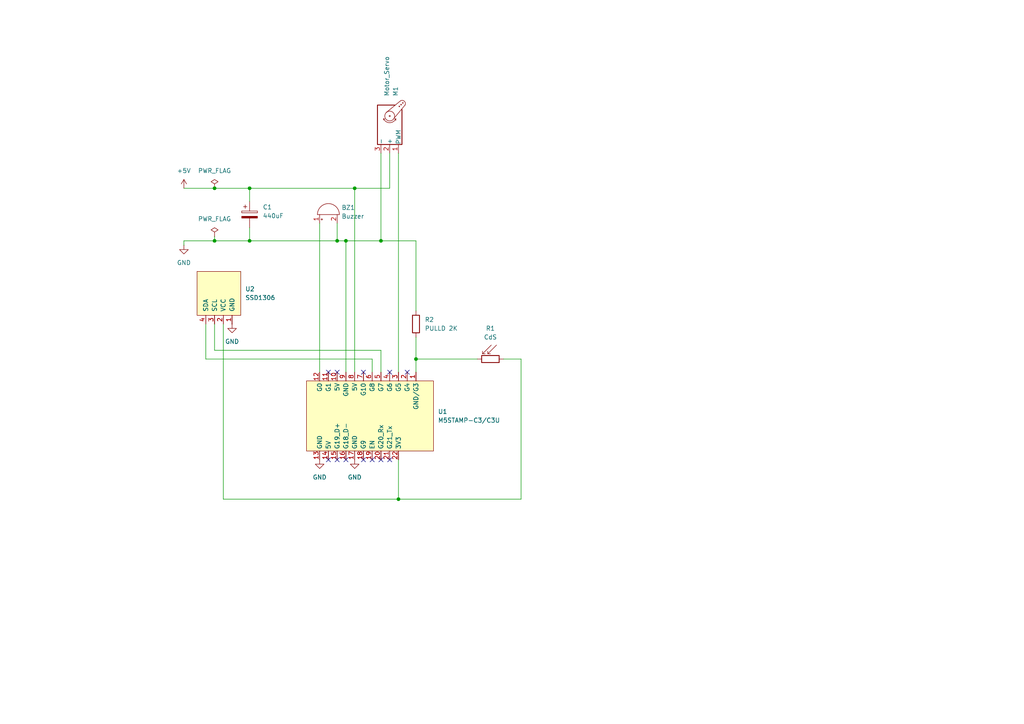
<source format=kicad_sch>
(kicad_sch (version 20250114) (generator "eeschema") (generator_version "9.0")
  (paper "A4")
  (title_block (title "BikkuraPon") (rev "20260208"))
  (lib_symbols
    (symbol "Boad_dev:M5STAMP-C3/C3U"
      (property "Reference" "U" (at 0 20.32 0))
      (property "Value" "M5STAMP-C3/C3U" (at 1.27 17.78 0))
      (symbol "M5STAMP-C3/C3U_0_1"
        (rectangle (start -10.16 19.05) (end 10.16 -17.78) (stroke (width 0.1524)) (fill (type background)))
      )
      (symbol "M5STAMP-C3/C3U_1_1"
        (pin bidirectional line (at -12.7 13.97 0) (length 2.54) (name "GND/G3") (number "1"))
        (pin bidirectional line (at -12.7 11.43 0) (length 2.54) (name "G4") (number "2"))
        (pin bidirectional line (at -12.7 8.89 0) (length 2.54) (name "G5") (number "3"))
        (pin bidirectional line (at -12.7 6.35 0) (length 2.54) (name "G6") (number "4"))
        (pin bidirectional line (at -12.7 3.81 0) (length 2.54) (name "G7") (number "5"))
        (pin bidirectional line (at -12.7 1.27 0) (length 2.54) (name "G8") (number "6"))
        (pin bidirectional line (at -12.7 -1.27 0) (length 2.54) (name "G10") (number "7"))
        (pin power_in line (at -12.7 -3.81 0) (length 2.54) (name "5V") (number "8"))
        (pin power_in line (at -12.7 -6.35 0) (length 2.54) (name "GND") (number "9"))
        (pin power_in line (at -12.7 -8.89 0) (length 2.54) (name "5V") (number "10"))
        (pin bidirectional line (at -12.7 -11.43 0) (length 2.54) (name "G1") (number "11"))
        (pin bidirectional line (at -12.7 -13.97 0) (length 2.54) (name "G0") (number "12"))
        (pin power_out line (at 12.7 8.89 180) (length 2.54) (name "3V3") (number "22"))
        (pin bidirectional line (at 12.7 6.35 180) (length 2.54) (name "G21_Tx") (number "21"))
        (pin bidirectional line (at 12.7 3.81 180) (length 2.54) (name "G20_Rx") (number "20"))
        (pin input line (at 12.7 1.27 180) (length 2.54) (name "EN") (number "19"))
        (pin bidirectional line (at 12.7 -1.27 180) (length 2.54) (name "G9") (number "18"))
        (pin power_in line (at 12.7 -3.81 180) (length 2.54) (name "GND") (number "17"))
        (pin bidirectional line (at 12.7 -6.35 180) (length 2.54) (name "G18_D-") (number "16"))
        (pin bidirectional line (at 12.7 -8.89 180) (length 2.54) (name "G19_D+") (number "15"))
        (pin power_in line (at 12.7 -11.43 180) (length 2.54) (name "5V") (number "14"))
        (pin power_in line (at 12.7 -13.97 180) (length 2.54) (name "GND") (number "13"))
      )
    )
    (symbol "Device:Buzzer" (pin_names (offset 0.0254) (hide yes))
      (property "Reference" "BZ" (at 3.81 1.27 0))
      (property "Value" "Buzzer" (at 3.81 -1.27 0))
      (symbol "Buzzer_0_1"
        (polyline (pts (xy -1.651 1.905) (xy -1.143 1.905)))
        (polyline (pts (xy -1.397 2.159) (xy -1.397 1.651)))
        (arc (start 0 3.175) (mid 3.1612 0) (end 0 -3.175))
        (polyline (pts (xy 0 3.175) (xy 0 -3.175)))
      )
      (symbol "Buzzer_1_1"
        (pin passive line (at -2.54 2.54 0) (length 2.54) (name "+") (number "1"))
        (pin passive line (at -2.54 -2.54 0) (length 2.54) (name "-") (number "2"))
      )
    )
    (symbol "Device:C_Polarized" (pin_numbers (hide yes)) (pin_names (offset 0.254))
      (property "Reference" "C" (at 0.635 2.54 0))
      (property "Value" "C_Polarized" (at 0.635 -2.54 0))
      (symbol "C_Polarized_0_1"
        (rectangle (start -2.286 0.508) (end 2.286 1.016))
        (polyline (pts (xy -1.778 2.286) (xy -0.762 2.286)))
        (polyline (pts (xy -1.27 2.794) (xy -1.27 1.778)))
        (rectangle (start 2.286 -0.508) (end -2.286 -1.016) (fill (type outline)))
      )
      (symbol "C_Polarized_1_1"
        (pin passive line (at 0 3.81 270) (length 2.794) (name "~") (number "1"))
        (pin passive line (at 0 -3.81 90) (length 2.794) (name "~") (number "2"))
      )
    )
    (symbol "Device:R" (pin_numbers (hide yes)) (pin_names (offset 0))
      (property "Reference" "R" (at 2.032 0 90))
      (property "Value" "R" (at 0 0 90))
      (symbol "R_0_1"
        (rectangle (start -1.016 -2.54) (end 1.016 2.54) (stroke (width 0.254)))
      )
      (symbol "R_1_1"
        (pin passive line (at 0 3.81 270) (length 1.27) (name "~") (number "1"))
        (pin passive line (at 0 -3.81 90) (length 1.27) (name "~") (number "2"))
      )
    )
    (symbol "Device:R_Photo" (pin_numbers (hide yes)) (pin_names (offset 0))
      (property "Reference" "R" (at 1.27 1.27 0))
      (property "Value" "R_Photo" (at 1.27 0 0))
      (symbol "R_Photo_0_1"
        (polyline (pts (xy -1.524 -0.762) (xy -4.064 1.778)))
        (polyline (pts (xy -1.524 -0.762) (xy -2.286 -0.762)))
        (polyline (pts (xy -1.524 -0.762) (xy -1.524 0)))
        (polyline (pts (xy -1.524 -2.286) (xy -4.064 0.254)))
        (polyline (pts (xy -1.524 -2.286) (xy -2.286 -2.286)))
        (polyline (pts (xy -1.524 -2.286) (xy -1.524 -1.524)))
        (rectangle (start -1.016 2.54) (end 1.016 -2.54) (stroke (width 0.254)))
      )
      (symbol "R_Photo_1_1"
        (pin passive line (at 0 3.81 270) (length 1.27) (name "~") (number "1"))
        (pin passive line (at 0 -3.81 90) (length 1.27) (name "~") (number "2"))
      )
    )
    (symbol "Motor:Motor_Servo" (pin_names (offset 0.0254))
      (property "Reference" "M" (at -5.08 4.445 0))
      (property "Value" "Motor_Servo" (at -5.08 -4.064 0))
      (symbol "Motor_Servo_0_1"
        (polyline (pts (xy 2.413 1.778) (xy 1.905 1.778)))
        (polyline (pts (xy 2.413 1.778) (xy 2.286 1.397)))
        (polyline (pts (xy 2.413 -1.778) (xy 2.032 -1.778)))
        (polyline (pts (xy 2.413 -1.778) (xy 2.286 -1.397)))
        (arc (start 2.413 -1.778) (mid 1.2406 0) (end 2.413 1.778))
        (circle (center 3.175 0) (radius 0.1778))
        (circle (center 3.175 0) (radius 1.4224))
        (polyline (pts (xy 5.08 3.556) (xy -5.08 3.556) (xy -5.08 -3.556) (xy 6.35 -3.556) (xy 6.35 1.524)) (stroke (width 0.254)))
        (circle (center 5.969 2.794) (radius 0.127))
        (polyline (pts (xy 6.35 4.445) (xy 2.54 1.27)))
        (circle (center 6.477 3.302) (radius 0.127))
        (arc (start 6.35 4.445) (mid 7.4487 4.2737) (end 7.62 3.175))
        (circle (center 6.985 3.81) (radius 0.127))
        (polyline (pts (xy 7.62 3.175) (xy 4.191 -1.016)))
      )
      (symbol "Motor_Servo_1_1"
        (pin passive line (at -7.62 2.54 0) (length 2.54) (name "PWM") (number "1"))
        (pin passive line (at -7.62 0 0) (length 2.54) (name "+") (number "2"))
        (pin passive line (at -7.62 -2.54 0) (length 2.54) (name "-") (number "3"))
      )
    )
    (symbol "MySymbols:SSD1306" (pin_names (offset 1.016))
      (property "Reference" "Brd" (at 0 -3.81 0))
      (property "Value" "SSD1306" (at 0 -1.27 0))
      (symbol "SSD1306_0_1"
        (rectangle (start -6.35 6.35) (end 6.35 -6.35) (fill (type background)))
      )
      (symbol "SSD1306_1_1"
        (pin input line (at -3.81 8.89 270) (length 2.54) (name "GND") (number "1"))
        (pin input line (at -1.27 8.89 270) (length 2.54) (name "VCC") (number "2"))
        (pin input line (at 1.27 8.89 270) (length 2.54) (name "SCL") (number "3"))
        (pin input line (at 3.81 8.89 270) (length 2.54) (name "SDA") (number "4"))
      )
    )
    (symbol "power:+5V" (power) (pin_numbers (hide yes)) (pin_names (offset 0) (hide yes))
      (property "Value" "+5V" (at 0 3.556 0))
      (symbol "+5V_0_1"
        (polyline (pts (xy -0.762 1.27) (xy 0 2.54)))
        (polyline (pts (xy 0 2.54) (xy 0.762 1.27)))
        (polyline (pts (xy 0 0) (xy 0 2.54)))
      )
      (symbol "+5V_1_1"
        (pin power_in line (at 0 0 90) (length 0) (name "~") (number "1"))
      )
    )
    (symbol "power:GND" (power) (pin_numbers (hide yes)) (pin_names (offset 0) (hide yes))
      (property "Value" "GND" (at 0 -3.81 0))
      (symbol "GND_0_1"
        (polyline (pts (xy 0 0) (xy 0 -1.27) (xy 1.27 -1.27) (xy 0 -2.54) (xy -1.27 -1.27) (xy 0 -1.27)))
      )
      (symbol "GND_1_1"
        (pin power_in line (at 0 0 270) (length 0) (name "~") (number "1"))
      )
    )
    (symbol "power:PWR_FLAG" (power) (pin_numbers (hide yes)) (pin_names (offset 0) (hide yes))
      (property "Value" "PWR_FLAG" (at 0 3.81 0))
      (symbol "PWR_FLAG_0_0"
        (pin power_out line (at 0 0 90) (length 0) (name "~") (number "1"))
      )
      (symbol "PWR_FLAG_0_1"
        (polyline (pts (xy 0 0) (xy 0 1.27) (xy -1.016 1.905) (xy 0 2.54) (xy 1.016 1.905) (xy 0 1.27)))
      )
    )
  )
  (junction (at 120.65 104.14))
  (junction (at 115.57 144.78))
  (junction (at 110.49 69.85))
  (junction (at 72.39 54.61))
  (junction (at 72.39 69.85))
  (junction (at 100.33 69.85))
  (junction (at 97.79 69.85))
  (junction (at 62.23 54.61))
  (junction (at 62.23 69.85))
  (junction (at 102.87 54.61))
  (no_connect (at 105.41 107.95))
  (no_connect (at 113.03 133.35))
  (no_connect (at 100.33 133.35))
  (no_connect (at 97.79 107.95))
  (no_connect (at 110.49 133.35))
  (no_connect (at 105.41 133.35))
  (no_connect (at 95.25 107.95))
  (no_connect (at 118.11 107.95))
  (no_connect (at 107.95 133.35))
  (no_connect (at 97.79 133.35))
  (no_connect (at 95.25 133.35))
  (no_connect (at 113.03 107.95))
  (wire (pts (xy 64.77 144.78) (xy 115.57 144.78)))
  (wire (pts (xy 97.79 64.77) (xy 97.79 69.85)))
  (wire (pts (xy 151.13 104.14) (xy 146.05 104.14)))
  (wire (pts (xy 72.39 54.61) (xy 102.87 54.61)))
  (wire (pts (xy 110.49 69.85) (xy 120.65 69.85)))
  (wire (pts (xy 115.57 133.35) (xy 115.57 144.78)))
  (wire (pts (xy 120.65 104.14) (xy 120.65 107.95)))
  (wire (pts (xy 92.71 64.77) (xy 92.71 107.95)))
  (wire (pts (xy 53.34 69.85) (xy 53.34 71.12)))
  (wire (pts (xy 64.77 93.98) (xy 64.77 144.78)))
  (wire (pts (xy 113.03 44.45) (xy 113.03 54.61)))
  (wire (pts (xy 53.34 69.85) (xy 62.23 69.85)))
  (wire (pts (xy 72.39 58.42) (xy 72.39 54.61)))
  (wire (pts (xy 62.23 101.6) (xy 110.49 101.6)))
  (wire (pts (xy 107.95 104.14) (xy 59.69 104.14)))
  (wire (pts (xy 102.87 54.61) (xy 113.03 54.61)))
  (wire (pts (xy 72.39 69.85) (xy 72.39 66.04)))
  (wire (pts (xy 110.49 44.45) (xy 110.49 69.85)))
  (wire (pts (xy 100.33 69.85) (xy 100.33 107.95)))
  (wire (pts (xy 97.79 69.85) (xy 100.33 69.85)))
  (wire (pts (xy 120.65 69.85) (xy 120.65 90.17)))
  (wire (pts (xy 62.23 54.61) (xy 72.39 54.61)))
  (wire (pts (xy 115.57 44.45) (xy 115.57 107.95)))
  (wire (pts (xy 120.65 97.79) (xy 120.65 104.14)))
  (wire (pts (xy 138.43 104.14) (xy 120.65 104.14)))
  (wire (pts (xy 72.39 69.85) (xy 97.79 69.85)))
  (wire (pts (xy 62.23 69.85) (xy 72.39 69.85)))
  (wire (pts (xy 62.23 68.58) (xy 62.23 69.85)))
  (wire (pts (xy 102.87 54.61) (xy 102.87 107.95)))
  (wire (pts (xy 53.34 54.61) (xy 62.23 54.61)))
  (wire (pts (xy 62.23 101.6) (xy 62.23 93.98)))
  (wire (pts (xy 59.69 104.14) (xy 59.69 93.98)))
  (wire (pts (xy 151.13 104.14) (xy 151.13 144.78)))
  (wire (pts (xy 115.57 144.78) (xy 151.13 144.78)))
  (wire (pts (xy 100.33 69.85) (xy 110.49 69.85)))
  (wire (pts (xy 107.95 107.95) (xy 107.95 104.14)))
  (wire (pts (xy 110.49 101.6) (xy 110.49 107.95)))
  (symbol (lib_id "Device:C_Polarized") (at 72.39 62.23 0) (unit 1)
    (property "Reference" "C1" (at 76.2 60.0709 0) (effects (justify left)))
    (property "Value" "440uF" (at 76.2 62.6109 0) (effects (justify left)))
    (property "Description" "Polarized capacitor" (effects (hide yes)))
  )
  (symbol (lib_id "Boad_dev:M5STAMP-C3/C3U") (at 106.68 120.65 270) (unit 1)
    (property "Reference" "U1" (at 127 119.3799 90) (effects (justify left)))
    (property "Value" "M5STAMP-C3/C3U" (at 127 121.9199 90) (effects (justify left)))
    (property "Footprint" "Boad_dev:M5STAMP-C3C3U" (effects (hide yes)))
    (property "Datasheet" "https://docs.m5stack.com/en/core/stamp_c3" (effects (hide yes)))
  )
  (symbol (lib_id "power:PWR_FLAG") (at 62.23 54.61 0) (unit 1)
    (property "Reference" "#FLG01" (effects (hide yes)))
    (property "Value" "PWR_FLAG" (at 62.23 49.53 0))
    (property "Description" "Special symbol for telling ERC where power comes from" (effects (hide yes)))
  )
  (symbol (lib_id "power:GND") (at 53.34 71.12 0) (unit 1)
    (property "Reference" "#PWR02" (effects (hide yes)))
    (property "Value" "GND" (at 53.34 76.2 0))
    (property "Description" "Power symbol creates a global label with name \"GND\" , ground" (effects (hide yes)))
  )
  (symbol (lib_id "power:GND") (at 102.87 133.35 0) (unit 1)
    (property "Reference" "#PWR04" (effects (hide yes)))
    (property "Value" "GND" (at 102.87 138.43 0))
    (property "Description" "Power symbol creates a global label with name \"GND\" , ground" (effects (hide yes)))
  )
  (symbol (lib_id "Device:R") (at 120.65 93.98 180) (unit 1)
    (property "Reference" "R2" (at 123.19 92.7099 0) (effects (justify right)))
    (property "Value" "PULLD 2K" (at 123.19 95.2499 0) (effects (justify right)))
    (property "Description" "Resistor" (effects (hide yes)))
  )
  (symbol (lib_id "MySymbols:SSD1306") (at 63.5 85.09 180) (unit 1)
    (property "Reference" "U2" (at 71.12 83.8199 0) (effects (justify right)))
    (property "Value" "SSD1306" (at 71.12 86.3599 0) (effects (justify right)))
    (property "Description" "SSD1306 OLED" (effects (hide yes)))
  )
  (symbol (lib_id "Device:Buzzer") (at 95.25 62.23 90) (unit 1)
    (property "Reference" "BZ1" (at 99.06 60.2048 90) (effects (justify right)))
    (property "Value" "Buzzer" (at 99.06 62.7448 90) (effects (justify right)))
    (property "Description" "Buzzer, polarized" (effects (hide yes)))
  )
  (symbol (lib_id "power:PWR_FLAG") (at 62.23 68.58 0) (unit 1)
    (property "Reference" "#FLG02" (effects (hide yes)))
    (property "Value" "PWR_FLAG" (at 62.23 63.5 0))
    (property "Description" "Special symbol for telling ERC where power comes from" (effects (hide yes)))
  )
  (symbol (lib_id "power:GND") (at 92.71 133.35 0) (unit 1)
    (property "Reference" "#PWR03" (effects (hide yes)))
    (property "Value" "GND" (at 92.71 138.43 0))
    (property "Description" "Power symbol creates a global label with name \"GND\" , ground" (effects (hide yes)))
  )
  (symbol (lib_id "power:+5V") (at 53.34 54.61 0) (unit 1)
    (property "Reference" "#PWR01" (effects (hide yes)))
    (property "Value" "+5V" (at 53.34 49.53 0))
    (property "Description" "Power symbol creates a global label with name \"+5V\"" (effects (hide yes)))
  )
  (symbol (lib_id "Device:R_Photo") (at 142.24 104.14 270) (unit 1)
    (property "Reference" "R1" (at 142.24 95.25 90))
    (property "Value" "CdS" (at 142.24 97.79 90))
    (property "Description" "Photoresistor" (effects (hide yes)))
  )
  (symbol (lib_id "power:GND") (at 67.31 93.98 0) (unit 1)
    (property "Reference" "#PWR05" (effects (hide yes)))
    (property "Value" "GND" (at 67.31 99.06 0))
    (property "Description" "Power symbol creates a global label with name \"GND\" , ground" (effects (hide yes)))
  )
  (symbol (lib_id "Motor:Motor_Servo") (at 113.03 36.83 270) (mirror x) (unit 1)
    (property "Reference" "M1" (at 114.7332 27.94 0) (effects (justify left)))
    (property "Value" "Motor_Servo" (at 112.1932 27.94 0) (effects (justify left)))
    (property "Datasheet" "http://forums.parallax.com/uploads/attachments/46831/74481.png" (effects (hide yes)))
    (property "Description" "Servo Motor (Futaba, HiTec, JR connector)" (effects (hide yes)))
  )
)
</source>
